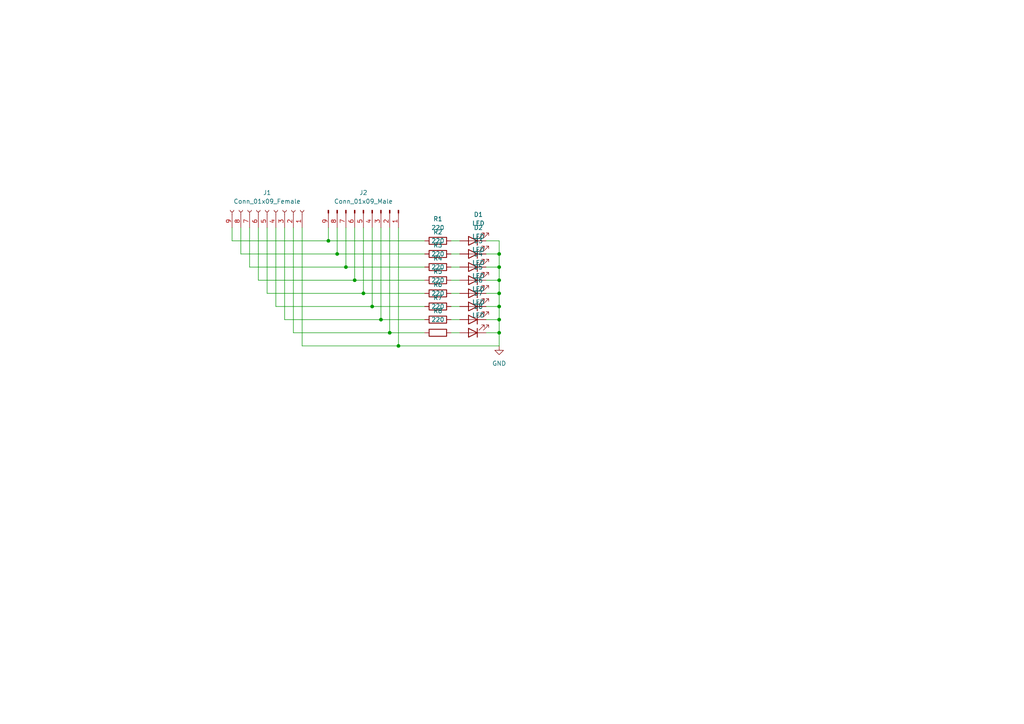
<source format=kicad_sch>
(kicad_sch (version 20211123) (generator eeschema)
  (paper "A4")
  (lib_symbols
    (symbol "Connector:Conn_01x09_Female" (pin_names (offset 1.016) hide)
      (property "Reference" "J" (at 0 12.7 0))
      (property "Value" "Conn_01x09_Female" (at 0 -12.7 0))
      (symbol "Conn_01x09_Female_1_1"
        (arc (start 0 -9.652) (mid -0.508 -10.16) (end 0 -10.668) (stroke (width 0.1524)))
        (arc (start 0 -7.112) (mid -0.508 -7.62) (end 0 -8.128) (stroke (width 0.1524)))
        (arc (start 0 -4.572) (mid -0.508 -5.08) (end 0 -5.588) (stroke (width 0.1524)))
        (arc (start 0 -2.032) (mid -0.508 -2.54) (end 0 -3.048) (stroke (width 0.1524)))
        (polyline (pts (xy -1.27 -10.16) (xy -0.508 -10.16)) (stroke (width 0.1524)))
        (polyline (pts (xy -1.27 -7.62) (xy -0.508 -7.62)) (stroke (width 0.1524)))
        (polyline (pts (xy -1.27 -5.08) (xy -0.508 -5.08)) (stroke (width 0.1524)))
        (polyline (pts (xy -1.27 -2.54) (xy -0.508 -2.54)) (stroke (width 0.1524)))
        (polyline (pts (xy -1.27 0) (xy -0.508 0)) (stroke (width 0.1524)))
        (polyline (pts (xy -1.27 2.54) (xy -0.508 2.54)) (stroke (width 0.1524)))
        (polyline (pts (xy -1.27 5.08) (xy -0.508 5.08)) (stroke (width 0.1524)))
        (polyline (pts (xy -1.27 7.62) (xy -0.508 7.62)) (stroke (width 0.1524)))
        (polyline (pts (xy -1.27 10.16) (xy -0.508 10.16)) (stroke (width 0.1524)))
        (arc (start 0 0.508) (mid -0.508 0) (end 0 -0.508) (stroke (width 0.1524)))
        (arc (start 0 3.048) (mid -0.508 2.54) (end 0 2.032) (stroke (width 0.1524)))
        (arc (start 0 5.588) (mid -0.508 5.08) (end 0 4.572) (stroke (width 0.1524)))
        (arc (start 0 8.128) (mid -0.508 7.62) (end 0 7.112) (stroke (width 0.1524)))
        (arc (start 0 10.668) (mid -0.508 10.16) (end 0 9.652) (stroke (width 0.1524)))
        (pin passive line (at -5.08 10.16 0) (length 3.81) (name "Pin_1") (number "1"))
        (pin passive line (at -5.08 7.62 0) (length 3.81) (name "Pin_2") (number "2"))
        (pin passive line (at -5.08 5.08 0) (length 3.81) (name "Pin_3") (number "3"))
        (pin passive line (at -5.08 2.54 0) (length 3.81) (name "Pin_4") (number "4"))
        (pin passive line (at -5.08 0 0) (length 3.81) (name "Pin_5") (number "5"))
        (pin passive line (at -5.08 -2.54 0) (length 3.81) (name "Pin_6") (number "6"))
        (pin passive line (at -5.08 -5.08 0) (length 3.81) (name "Pin_7") (number "7"))
        (pin passive line (at -5.08 -7.62 0) (length 3.81) (name "Pin_8") (number "8"))
        (pin passive line (at -5.08 -10.16 0) (length 3.81) (name "Pin_9") (number "9"))
      )
    )
    (symbol "Connector:Conn_01x09_Male" (pin_names (offset 1.016) hide)
      (property "Reference" "J" (at 0 12.7 0))
      (property "Value" "Conn_01x09_Male" (at 0 -12.7 0))
      (symbol "Conn_01x09_Male_1_1"
        (polyline (pts (xy 1.27 -10.16) (xy 0.8636 -10.16)) (stroke (width 0.1524)))
        (polyline (pts (xy 1.27 -7.62) (xy 0.8636 -7.62)) (stroke (width 0.1524)))
        (polyline (pts (xy 1.27 -5.08) (xy 0.8636 -5.08)) (stroke (width 0.1524)))
        (polyline (pts (xy 1.27 -2.54) (xy 0.8636 -2.54)) (stroke (width 0.1524)))
        (polyline (pts (xy 1.27 0) (xy 0.8636 0)) (stroke (width 0.1524)))
        (polyline (pts (xy 1.27 2.54) (xy 0.8636 2.54)) (stroke (width 0.1524)))
        (polyline (pts (xy 1.27 5.08) (xy 0.8636 5.08)) (stroke (width 0.1524)))
        (polyline (pts (xy 1.27 7.62) (xy 0.8636 7.62)) (stroke (width 0.1524)))
        (polyline (pts (xy 1.27 10.16) (xy 0.8636 10.16)) (stroke (width 0.1524)))
        (rectangle (start 0.8636 -10.033) (end 0 -10.287) (stroke (width 0.1524)) (fill (type outline)))
        (rectangle (start 0.8636 -7.493) (end 0 -7.747) (stroke (width 0.1524)) (fill (type outline)))
        (rectangle (start 0.8636 -4.953) (end 0 -5.207) (stroke (width 0.1524)) (fill (type outline)))
        (rectangle (start 0.8636 -2.413) (end 0 -2.667) (stroke (width 0.1524)) (fill (type outline)))
        (rectangle (start 0.8636 0.127) (end 0 -0.127) (stroke (width 0.1524)) (fill (type outline)))
        (rectangle (start 0.8636 2.667) (end 0 2.413) (stroke (width 0.1524)) (fill (type outline)))
        (rectangle (start 0.8636 5.207) (end 0 4.953) (stroke (width 0.1524)) (fill (type outline)))
        (rectangle (start 0.8636 7.747) (end 0 7.493) (stroke (width 0.1524)) (fill (type outline)))
        (rectangle (start 0.8636 10.287) (end 0 10.033) (stroke (width 0.1524)) (fill (type outline)))
        (pin passive line (at 5.08 10.16 180) (length 3.81) (name "Pin_1") (number "1"))
        (pin passive line (at 5.08 7.62 180) (length 3.81) (name "Pin_2") (number "2"))
        (pin passive line (at 5.08 5.08 180) (length 3.81) (name "Pin_3") (number "3"))
        (pin passive line (at 5.08 2.54 180) (length 3.81) (name "Pin_4") (number "4"))
        (pin passive line (at 5.08 0 180) (length 3.81) (name "Pin_5") (number "5"))
        (pin passive line (at 5.08 -2.54 180) (length 3.81) (name "Pin_6") (number "6"))
        (pin passive line (at 5.08 -5.08 180) (length 3.81) (name "Pin_7") (number "7"))
        (pin passive line (at 5.08 -7.62 180) (length 3.81) (name "Pin_8") (number "8"))
        (pin passive line (at 5.08 -10.16 180) (length 3.81) (name "Pin_9") (number "9"))
      )
    )
    (symbol "Device:LED" (pin_numbers hide) (pin_names (offset 1.016) hide)
      (property "Reference" "D" (at 0 2.54 0))
      (property "Value" "LED" (at 0 -2.54 0))
      (symbol "LED_0_1"
        (polyline (pts (xy -1.27 -1.27) (xy -1.27 1.27)) (stroke (width 0.254)))
        (polyline (pts (xy -1.27 0) (xy 1.27 0)))
        (polyline (pts (xy 1.27 -1.27) (xy 1.27 1.27) (xy -1.27 0) (xy 1.27 -1.27)) (stroke (width 0.254)))
        (polyline (pts (xy -3.048 -0.762) (xy -4.572 -2.286) (xy -3.81 -2.286) (xy -4.572 -2.286) (xy -4.572 -1.524)))
        (polyline (pts (xy -1.778 -0.762) (xy -3.302 -2.286) (xy -2.54 -2.286) (xy -3.302 -2.286) (xy -3.302 -1.524)))
      )
      (symbol "LED_1_1"
        (pin passive line (at -3.81 0 0) (length 2.54) (name "K") (number "1"))
        (pin passive line (at 3.81 0 180) (length 2.54) (name "A") (number "2"))
      )
    )
    (symbol "Device:R" (pin_numbers hide) (pin_names (offset 0))
      (property "Reference" "R" (at 2.032 0 90))
      (property "Value" "R" (at 0 0 90))
      (symbol "R_0_1"
        (rectangle (start -1.016 -2.54) (end 1.016 2.54) (stroke (width 0.254)))
      )
      (symbol "R_1_1"
        (pin passive line (at 0 3.81 270) (length 1.27) (name "~") (number "1"))
        (pin passive line (at 0 -3.81 90) (length 1.27) (name "~") (number "2"))
      )
    )
    (symbol "power:GND" (power) (pin_names (offset 0))
      (property "Value" "GND" (at 0 -3.81 0))
      (symbol "GND_0_1"
        (polyline (pts (xy 0 0) (xy 0 -1.27) (xy 1.27 -1.27) (xy 0 -2.54) (xy -1.27 -1.27) (xy 0 -1.27)))
      )
      (symbol "GND_1_1"
        (pin power_in line (at 0 0 270) (length 0) hide (name "GND") (number "1"))
      )
    )
  )
  (junction (at 144.78 81.28))
  (junction (at 105.41 85.09))
  (junction (at 144.78 77.47))
  (junction (at 115.57 100.33))
  (junction (at 144.78 73.66))
  (junction (at 113.03 96.52))
  (junction (at 144.78 96.52))
  (junction (at 95.25 69.85))
  (junction (at 100.33 77.47))
  (junction (at 97.79 73.66))
  (junction (at 110.49 92.71))
  (junction (at 144.78 92.71))
  (junction (at 102.87 81.28))
  (junction (at 144.78 85.09))
  (junction (at 107.95 88.9))
  (junction (at 144.78 88.9))
  (wire (pts (xy 105.41 85.09) (xy 77.47 85.09)))
  (wire (pts (xy 113.03 96.52) (xy 123.19 96.52)))
  (wire (pts (xy 74.93 66.04) (xy 74.93 81.28)))
  (wire (pts (xy 140.97 73.66) (xy 144.78 73.66)))
  (wire (pts (xy 85.09 66.04) (xy 85.09 96.52)))
  (wire (pts (xy 144.78 100.33) (xy 144.78 96.52)))
  (wire (pts (xy 113.03 96.52) (xy 85.09 96.52)))
  (wire (pts (xy 140.97 88.9) (xy 144.78 88.9)))
  (wire (pts (xy 97.79 73.66) (xy 123.19 73.66)))
  (wire (pts (xy 140.97 96.52) (xy 144.78 96.52)))
  (wire (pts (xy 144.78 88.9) (xy 144.78 85.09)))
  (wire (pts (xy 144.78 85.09) (xy 144.78 81.28)))
  (wire (pts (xy 105.41 66.04) (xy 105.41 85.09)))
  (wire (pts (xy 95.25 69.85) (xy 123.19 69.85)))
  (wire (pts (xy 130.81 96.52) (xy 133.35 96.52)))
  (wire (pts (xy 72.39 66.04) (xy 72.39 77.47)))
  (wire (pts (xy 102.87 66.04) (xy 102.87 81.28)))
  (wire (pts (xy 95.25 66.04) (xy 95.25 69.85)))
  (wire (pts (xy 80.01 66.04) (xy 80.01 88.9)))
  (wire (pts (xy 87.63 66.04) (xy 87.63 100.33)))
  (wire (pts (xy 130.81 77.47) (xy 133.35 77.47)))
  (wire (pts (xy 87.63 100.33) (xy 115.57 100.33)))
  (wire (pts (xy 144.78 77.47) (xy 144.78 73.66)))
  (wire (pts (xy 123.19 92.71) (xy 110.49 92.71)))
  (wire (pts (xy 123.19 88.9) (xy 107.95 88.9)))
  (wire (pts (xy 82.55 66.04) (xy 82.55 92.71)))
  (wire (pts (xy 144.78 69.85) (xy 140.97 69.85)))
  (wire (pts (xy 140.97 77.47) (xy 144.78 77.47)))
  (wire (pts (xy 67.31 69.85) (xy 95.25 69.85)))
  (wire (pts (xy 130.81 73.66) (xy 133.35 73.66)))
  (wire (pts (xy 130.81 69.85) (xy 133.35 69.85)))
  (wire (pts (xy 140.97 92.71) (xy 144.78 92.71)))
  (wire (pts (xy 107.95 66.04) (xy 107.95 88.9)))
  (wire (pts (xy 130.81 88.9) (xy 133.35 88.9)))
  (wire (pts (xy 144.78 81.28) (xy 144.78 77.47)))
  (wire (pts (xy 67.31 66.04) (xy 67.31 69.85)))
  (wire (pts (xy 140.97 85.09) (xy 144.78 85.09)))
  (wire (pts (xy 130.81 85.09) (xy 133.35 85.09)))
  (wire (pts (xy 144.78 96.52) (xy 144.78 92.71)))
  (wire (pts (xy 69.85 66.04) (xy 69.85 73.66)))
  (wire (pts (xy 115.57 100.33) (xy 144.78 100.33)))
  (wire (pts (xy 123.19 77.47) (xy 100.33 77.47)))
  (wire (pts (xy 113.03 66.04) (xy 113.03 96.52)))
  (wire (pts (xy 100.33 66.04) (xy 100.33 77.47)))
  (wire (pts (xy 123.19 85.09) (xy 105.41 85.09)))
  (wire (pts (xy 69.85 73.66) (xy 97.79 73.66)))
  (wire (pts (xy 102.87 81.28) (xy 74.93 81.28)))
  (wire (pts (xy 110.49 66.04) (xy 110.49 92.71)))
  (wire (pts (xy 140.97 81.28) (xy 144.78 81.28)))
  (wire (pts (xy 130.81 81.28) (xy 133.35 81.28)))
  (wire (pts (xy 123.19 81.28) (xy 102.87 81.28)))
  (wire (pts (xy 110.49 92.71) (xy 82.55 92.71)))
  (wire (pts (xy 97.79 66.04) (xy 97.79 73.66)))
  (wire (pts (xy 115.57 66.04) (xy 115.57 100.33)))
  (wire (pts (xy 100.33 77.47) (xy 72.39 77.47)))
  (wire (pts (xy 144.78 73.66) (xy 144.78 69.85)))
  (wire (pts (xy 144.78 92.71) (xy 144.78 88.9)))
  (wire (pts (xy 130.81 92.71) (xy 133.35 92.71)))
  (wire (pts (xy 77.47 66.04) (xy 77.47 85.09)))
  (wire (pts (xy 107.95 88.9) (xy 80.01 88.9)))
  (symbol (lib_id "Device:LED") (at 137.16 96.52 180) (unit 1)
    (property "Reference" "D8" (at 138.7475 88.9 0))
    (property "Value" "LED" (at 138.7475 91.44 0))
    (property "Footprint" "LED_THT:LED_D5.0mm" (effects hide))
  )
  (symbol (lib_id "Device:R") (at 127 85.09 90) (unit 1)
    (property "Reference" "R5" (at 127 78.74 90))
    (property "Value" "220" (at 127 81.28 90))
    (property "Footprint" "Resistor_THT:R_Axial_DIN0207_L6.3mm_D2.5mm_P10.16mm_Horizontal" (effects hide))
  )
  (symbol (lib_id "power:GND") (at 144.78 100.33 0) (unit 1)
    (property "Reference" "#PWR0101" (effects hide))
    (property "Value" "GND" (at 144.78 105.41 0))
  )
  (symbol (lib_id "Device:LED") (at 137.16 88.9 180) (unit 1)
    (property "Reference" "D6" (at 138.7475 81.28 0))
    (property "Value" "LED" (at 138.7475 83.82 0))
    (property "Footprint" "LED_THT:LED_D5.0mm" (effects hide))
  )
  (symbol (lib_id "Device:R") (at 127 73.66 90) (unit 1)
    (property "Reference" "R2" (at 127 67.31 90))
    (property "Value" "220" (at 127 69.85 90))
    (property "Footprint" "Resistor_THT:R_Axial_DIN0207_L6.3mm_D2.5mm_P10.16mm_Horizontal" (effects hide))
  )
  (symbol (lib_id "Device:LED") (at 137.16 73.66 180) (unit 1)
    (property "Reference" "D2" (at 138.7475 66.04 0))
    (property "Value" "LED" (at 138.7475 68.58 0))
    (property "Footprint" "LED_THT:LED_D5.0mm" (effects hide))
  )
  (symbol (lib_id "Connector:Conn_01x09_Female") (at 77.47 60.96 270) (mirror x) (unit 1)
    (property "Reference" "J1" (at 77.47 55.88 90))
    (property "Value" "Conn_01x09_Female" (at 77.47 58.42 90))
    (property "Footprint" "Connector_PinSocket_2.54mm:PinSocket_1x09_P2.54mm_Vertical" (effects hide))
  )
  (symbol (lib_id "Device:R") (at 127 77.47 90) (unit 1)
    (property "Reference" "R3" (at 127 71.12 90))
    (property "Value" "220" (at 127 73.66 90))
    (property "Footprint" "Resistor_THT:R_Axial_DIN0207_L6.3mm_D2.5mm_P10.16mm_Horizontal" (effects hide))
  )
  (symbol (lib_id "Device:R") (at 127 92.71 90) (unit 1)
    (property "Reference" "R7" (at 127 86.36 90))
    (property "Value" "220" (at 127 88.9 90))
    (property "Footprint" "Resistor_THT:R_Axial_DIN0207_L6.3mm_D2.5mm_P10.16mm_Horizontal" (effects hide))
  )
  (symbol (lib_id "Device:R") (at 127 69.85 90) (unit 1)
    (property "Reference" "R1" (at 127 63.5 90))
    (property "Value" "220" (at 127 66.04 90))
    (property "Footprint" "Resistor_THT:R_Axial_DIN0207_L6.3mm_D2.5mm_P10.16mm_Horizontal" (effects hide))
  )
  (symbol (lib_id "Device:LED") (at 137.16 77.47 180) (unit 1)
    (property "Reference" "D3" (at 138.7475 69.85 0))
    (property "Value" "LED" (at 138.7475 72.39 0))
    (property "Footprint" "LED_THT:LED_D5.0mm" (effects hide))
  )
  (symbol (lib_id "Device:R") (at 127 96.52 90) (unit 1)
    (property "Reference" "R8" (at 127 90.17 90))
    (property "Value" "220" (at 127 92.71 90))
    (property "Footprint" "Resistor_THT:R_Axial_DIN0207_L6.3mm_D2.5mm_P10.16mm_Horizontal" (effects hide))
  )
  (symbol (lib_id "Device:R") (at 127 81.28 90) (unit 1)
    (property "Reference" "R4" (at 127 74.93 90))
    (property "Value" "220" (at 127 77.47 90))
    (property "Footprint" "Resistor_THT:R_Axial_DIN0207_L6.3mm_D2.5mm_P10.16mm_Horizontal" (effects hide))
  )
  (symbol (lib_id "Device:LED") (at 137.16 69.85 180) (unit 1)
    (property "Reference" "D1" (at 138.7475 62.23 0))
    (property "Value" "LED" (at 138.7475 64.77 0))
    (property "Footprint" "LED_THT:LED_D5.0mm" (effects hide))
  )
  (symbol (lib_id "Connector:Conn_01x09_Male") (at 105.41 60.96 270) (unit 1)
    (property "Reference" "J2" (at 105.41 55.88 90))
    (property "Value" "Conn_01x09_Male" (at 105.41 58.42 90))
    (property "Footprint" "Connector_PinHeader_2.54mm:PinHeader_1x09_P2.54mm_Vertical" (effects hide))
  )
  (symbol (lib_id "Device:LED") (at 137.16 85.09 180) (unit 1)
    (property "Reference" "D5" (at 138.7475 77.47 0))
    (property "Value" "LED" (at 138.7475 80.01 0))
    (property "Footprint" "LED_THT:LED_D5.0mm" (effects hide))
  )
  (symbol (lib_id "Device:R") (at 127 88.9 90) (unit 1)
    (property "Reference" "R6" (at 127 82.55 90))
    (property "Value" "220" (at 127 85.09 90))
    (property "Footprint" "Resistor_THT:R_Axial_DIN0207_L6.3mm_D2.5mm_P10.16mm_Horizontal" (effects hide))
  )
  (symbol (lib_id "Device:LED") (at 137.16 81.28 180) (unit 1)
    (property "Reference" "D4" (at 138.7475 73.66 0))
    (property "Value" "LED" (at 138.7475 76.2 0))
    (property "Footprint" "LED_THT:LED_D5.0mm" (effects hide))
  )
  (symbol (lib_id "Device:LED") (at 137.16 92.71 180) (unit 1)
    (property "Reference" "D7" (at 138.7475 85.09 0))
    (property "Value" "LED" (at 138.7475 87.63 0))
    (property "Footprint" "LED_THT:LED_D5.0mm" (effects hide))
  )
)
</source>
